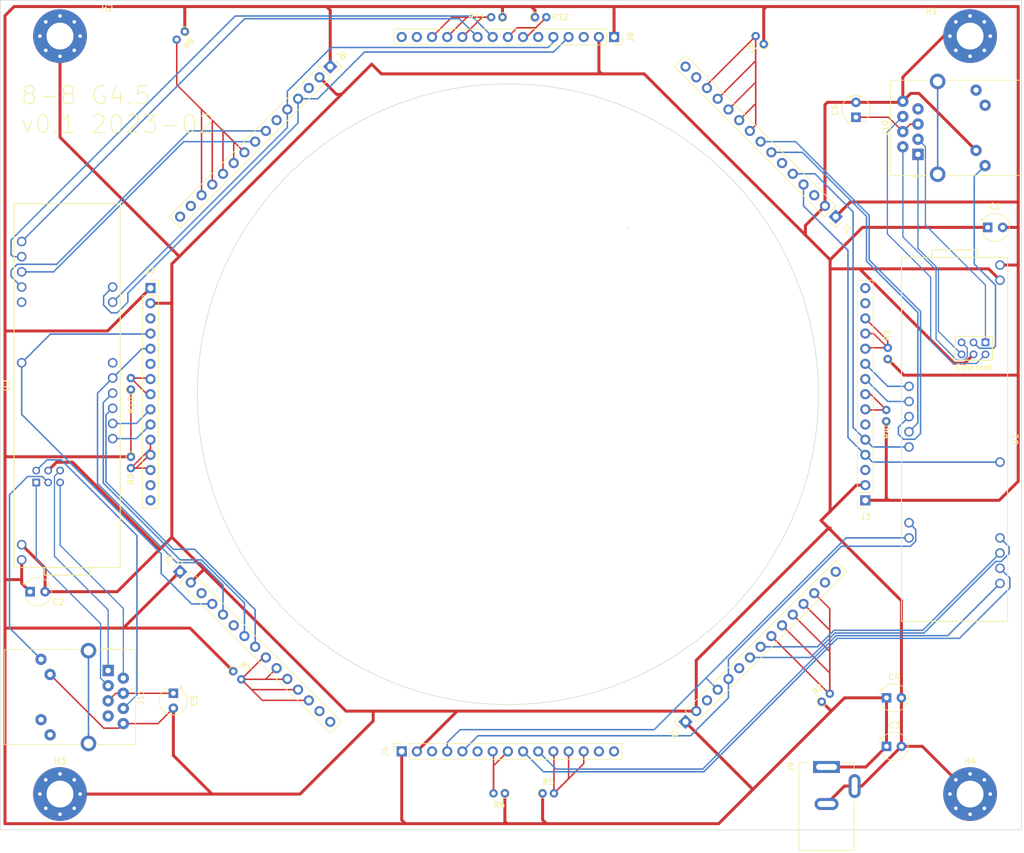
<source format=kicad_pcb>
(kicad_pcb (version 20221018) (generator pcbnew)
  (layers (0 "F.Cu" mixed) (31 "B.Cu" jumper) (36 "B.SilkS" user "B.Silkscreen") (37 "F.SilkS" user "F.Silkscreen") (38 "B.Mask" user) (39 "F.Mask" user) (44 "Edge.Cuts" user))
  (net 0 "")
  (net 1 "GND")
  (net 2 "+5V")
  (net 3 "unconnected-(J10-Pad13)")
  (net 6 "/T1L")
  (net 7 "/T1T+")
  (net 8 "/T1T-")
  (net 9 "/T1R+")
  (net 10 "Net-(C6-Pad1)")
  (net 11 "/T1R-")
  (net 13 "unconnected-(J11-Pad13)")
  (net 16 "/T2L")
  (net 17 "/T2T+")
  (net 18 "/T2T-")
  (net 19 "/T2R+")
  (net 20 "Net-(C5-Pad1)")
  (net 21 "/T2R-")
  (net 23 "/SCK1")
  (net 24 "/CS1_4")
  (net 25 "/CS1_3")
  (net 26 "/CS1_2")
  (net 27 "/CS1_1")
  (net 28 "/CS2_1")
  (net 29 "/CS2_2")
  (net 30 "/CS2_3")
  (net 31 "/CS2_4")
  (net 32 "/SCK2")
  (net 33 "Net-(J1-Pad10)")
  (net 34 "Net-(J2-Pad10)")
  (net 35 "Net-(J3-Pad7)")
  (net 36 "Net-(J3-Pad11)")
  (net 37 "Net-(J4-Pad7)")
  (net 38 "Net-(J4-Pad11)")
  (net 39 "Net-(J5-Pad10)")
  (net 40 "Net-(J6-Pad10)")
  (net 41 "Net-(J7-Pad7)")
  (net 42 "Net-(J7-Pad11)")
  (net 43 "Net-(J8-Pad7)")
  (net 44 "Net-(J8-Pad11)")
  (net 45 "/SDO1")
  (net 48 "/SCK3")
  (net 49 "/SDO2")
  (net 50 "/SDO3")
  (net 52 "/SDO4")
  (net 56 "/CS3_4")
  (net 57 "/CS3_3")
  (net 58 "/CS3_2")
  (net 59 "/CS3_1")
  (net 63 "/CS4_1")
  (net 64 "/CS4_2")
  (net 65 "/CS4_3")
  (net 66 "/CS4_4")
  (net 68 "/SCK4")
  (footprint "Resistor_THT:R_Axial_DIN0204_L3.6mm_D1.6mm_P1.90mm_Vertical" (layer "F.Cu") (at 86.868 110.49 -90)
    (fp_text reference "R9")
    (fp_text value "10k")
  )
  (footprint "Connector_PinSocket_2.54mm:PinSocket_1x15_P2.54mm_Vertical" (layer "F.Cu") (at 209.85 117.78 180)
    (fp_text reference "J3")
    (fp_text value "Col1b")
  )
  (footprint "Resistor_THT:R_Axial_DIN0204_L3.6mm_D1.6mm_P1.90mm_Vertical" (layer "F.Cu") (at 95.889932 39.238068 -135)
    (fp_text reference "R8")
    (fp_text value "10k")
  )
  (footprint "Capacitor_THT:CP_Radial_Tantal_D4.5mm_P2.50mm" (layer "F.Cu") (at 69.996864 133.096)
    (fp_text reference "C2")
    (fp_text value "0.1µF")
  )
  (footprint "Connector_PinSocket_2.54mm:PinSocket_1x15_P2.54mm_Vertical" (layer "F.Cu") (at 120.252 45.1073 -45)
    (fp_text reference "J6")
    (fp_text value "Col4a")
  )
  (footprint "MountingHole:MountingHole_4.5mm_Pad_Via" (layer "F.Cu") (at 227.4 167)
    (fp_text reference "H4")
    (fp_text value "MountingHole_Pad")
  )
  (footprint "Resistor_THT:R_Axial_DIN0204_L3.6mm_D1.6mm_P1.90mm_Vertical" (layer "F.Cu") (at 104.008068 146.426068 -45)
    (fp_text reference "R7")
    (fp_text value "10k")
  )
  (footprint "MountingHole:MountingHole_4.5mm_Pad_Via" (layer "F.Cu") (at 75 40)
    (fp_text reference "H2")
    (fp_text value "MountingHole_Pad")
  )
  (footprint "MountingHole:MountingHole_4.5mm_Pad_Via" (layer "F.Cu") (at 227.4 40)
    (fp_text reference "H1")
    (fp_text value "MountingHole_Pad")
  )
  (footprint "Resistor_THT:R_Axial_DIN0204_L3.6mm_D1.6mm_P1.90mm_Vertical" (layer "F.Cu") (at 86.868 99.203 90)
    (fp_text reference "R10")
    (fp_text value "10k")
  )
  (footprint "Capacitor_THT:CP_Radial_Tantal_D4.5mm_P2.50mm" (layer "F.Cu") (at 213.401144 150.876)
    (fp_text reference "C4")
    (fp_text value "47µF")
  )
  (footprint "Connector_PinSocket_2.54mm:PinSocket_1x15_P2.54mm_Vertical" (layer "F.Cu") (at 95.1073 129.748 45)
    (fp_text reference "J5")
    (fp_text value "Col3a")
  )
  (footprint "MountingHole:MountingHole_4.5mm_Pad_Via" (layer "F.Cu") (at 75 167)
    (fp_text reference "H3")
    (fp_text value "MountingHole_Pad")
  )
  (footprint "Resistor_THT:R_Axial_DIN0204_L3.6mm_D1.6mm_P1.90mm_Vertical" (layer "F.Cu") (at 149.098 36.83 180)
    (fp_text reference "R11")
    (fp_text value "10k")
  )
  (footprint "Connector_RJ:RJ45_Amphenol_RJMG1BD3B8K1ANR" (layer "F.Cu") (at 83.058 146.304 -90)
    (fp_text reference "J11")
    (fp_text value "RJ45_Amphenol_RJMG1BD3B8K1ANR")
  )
  (footprint "Resistor_THT:R_Axial_DIN0204_L3.6mm_D1.6mm_P1.90mm_Vertical" (layer "F.Cu") (at 192.839932 41.339932 135)
    (fp_text reference "R1")
    (fp_text value "10k")
  )
  (footprint "Connector_PinSocket_2.54mm:PinSocket_1x15_P2.54mm_Vertical" (layer "F.Cu") (at 204.893 70.252 -135)
    (fp_text reference "J1")
    (fp_text value "Col1a")
  )
  (footprint "Capacitor_THT:CP_Radial_Tantal_D4.5mm_P2.50mm" (layer "F.Cu") (at 230.35 72.05)
    (fp_text reference "C1")
    (fp_text value "0.1µF")
  )
  (footprint "Capacitor_THT:CP_Radial_Tantal_D4.5mm_P2.50mm" (layer "F.Cu") (at 213.401144 159.004)
    (fp_text reference "C3")
    (fp_text value "0.1µF")
  )
  (footprint "Resistor_THT:R_Axial_DIN0204_L3.6mm_D1.6mm_P1.90mm_Vertical" (layer "F.Cu") (at 155.813 166.878)
    (fp_text reference "R5")
    (fp_text value "10k")
  )
  (footprint "Connector_PinSocket_2.54mm:PinSocket_1x15_P2.54mm_Vertical" (layer "F.Cu") (at 179.748 154.893 135)
    (fp_text reference "J2")
    (fp_text value "Col2a")
  )
  (footprint "Capacitor_THT:CP_Radial_Tantal_D4.5mm_P2.50mm" (layer "F.Cu") (at 208.28 53.594 90)
    (fp_text reference "C6")
    (fp_text value "0.1µF")
  )
  (footprint "Connector_PinSocket_2.54mm:PinSocket_1x15_P2.54mm_Vertical" (layer "F.Cu") (at 90.15 82.22)
    (fp_text reference "J7")
    (fp_text value "Col3b")
  )
  (footprint "Capacitor_THT:CP_Radial_Tantal_D4.5mm_P2.50mm" (layer "F.Cu") (at 93.98 150.114 -90)
    (fp_text reference "C5")
    (fp_text value "0.1µF")
  )
  (footprint "Resistor_THT:R_Axial_DIN0204_L3.6mm_D1.6mm_P1.90mm_Vertical" (layer "F.Cu") (at 213.614 94.123 90)
    (fp_text reference "R3")
    (fp_text value "10k")
  )
  (footprint "Connector_RJ:RJ45_Amphenol_RJMG1BD3B8K1ANR" (layer "F.Cu") (at 218.674 59.817 90)
    (fp_text reference "J10")
    (fp_text value "RJ45_Amphenol_RJMG1BD3B8K1ANR")
  )
  (footprint "Teensy Footprints:Teensy41" (layer "F.Cu") (at 76.2 98.552 90)
    (fp_text reference "U2")
    (fp_text value "Teensy4.1")
  )
  (footprint "Connector_PinSocket_2.54mm:PinSocket_1x15_P2.54mm_Vertical" (layer "F.Cu") (at 167.78 40.15 -90)
    (fp_text reference "J8")
    (fp_text value "Col4b")
  )
  (footprint "Resistor_THT:R_Axial_DIN0204_L3.6mm_D1.6mm_P1.90mm_Vertical" (layer "F.Cu") (at 202.560068 151.515932 45)
    (fp_text reference "R2")
    (fp_text value "10k")
  )
  (footprint "Resistor_THT:R_Axial_DIN0204_L3.6mm_D1.6mm_P1.90mm_Vertical" (layer "F.Cu") (at 149.495 166.878 180)
    (fp_text reference "R6")
    (fp_text value "10k")
  )
  (footprint "Resistor_THT:R_Axial_DIN0204_L3.6mm_D1.6mm_P1.90mm_Vertical" (layer "F.Cu") (at 213.36 104.537 90)
    (fp_text reference "R4")
    (fp_text value "10k")
  )
  (footprint "Teensy Footprints:Teensy41" (layer "F.Cu") (at 224.79 107.569 -90)
    (fp_text reference "U1")
    (fp_text value "Teensy4.1")
  )
  (footprint "Resistor_THT:R_Axial_DIN0204_L3.6mm_D1.6mm_P1.90mm_Vertical" (layer "F.Cu") (at 154.543 36.83)
    (fp_text reference "R12")
    (fp_text value "10k")
  )
  (footprint "Connector_PinSocket_2.54mm:PinSocket_1x15_P2.54mm_Vertical" (layer "F.Cu") (at 132.22 159.85 90)
    (fp_text reference "J4")
    (fp_text value "Col2b")
  )
  (footprint "Connector_BarrelJack:BarrelJack_Kycon_KLDX-0202-xC_Horizontal" (layer "F.Cu") (at 203.362 162.46 90)
    (fp_text reference "J9")
    (fp_text value "Barrel_Jack")
  )
  (gr_rect (start 65 34) (end 236 173) (stroke (width 0.1)) (fill none) (layer "Edge.Cuts"))
  (gr_circle (center 170.15 72.2) (end 170.15 72.2) (stroke (width 0.1)) (fill none) (layer "Edge.Cuts"))
  (gr_circle (center 150 100) (end 202 100) (stroke (width 0.1)) (fill none) (layer "Edge.Cuts"))
  (gr_text "8-8 G4.5\nv0.1 2023-02" (at 68.3 52.35) (layer "F.SilkS") (effects (font (size 3 3)) (justify left)))
  (segment (start 85.598 155.194) (end 84.836 155.956) (width 0.25) (layer "F.Cu") (net 1))
  (segment (start 93.98 160.528) (end 93.98 152.614) (width 0.5) (layer "F.Cu") (net 1))
  (segment (start 165.705 46.325) (end 172.817 46.325) (width 0.5) (layer "F.Cu") (net 1))
  (segment (start 93.726 84.836) (end 93.65 84.76) (width 0.5) (layer "F.Cu") (net 1))
  (segment (start 73.0184 112.792) (end 74.4104 111.4) (width 0.5) (layer "F.Cu") (net 1))
  (segment (start 204.024 79) (end 209.15 79) (width 0.5) (layer "F.Cu") (net 1))
  (segment (start 208.356 115.24) (end 209.85 115.24) (width 0.5) (layer "F.Cu") (net 1))
  (segment (start 217.461 49.6) (end 218.837 49.6) (width 0.5) (layer "F.Cu") (net 1))
  (segment (start 172.817 46.325) (end 199.821 73.329) (width 0.5) (layer "F.Cu") (net 1))
  (segment (start 84.836 155.956) (end 82.33 155.956) (width 0.25) (layer "F.Cu") (net 1))
  (segment (start 215.901144 159.004) (end 215.901144 150.876) (width 0.5) (layer "F.Cu") (net 1))
  (segment (start 165.24 45.86) (end 165.24 40.15) (width 0.5) (layer "F.Cu") (net 1))
  (segment (start 223 40) (end 227.061 40) (width 0.5) (layer "F.Cu") (net 1))
  (segment (start 72.496864 133.096) (end 84.582 133.096) (width 0.5) (layer "F.Cu") (net 1))
  (segment (start 224.7 94.8) (end 209.15 79.25) (width 0.5) (layer "F.Cu") (net 1))
  (segment (start 203.962 122.682) (end 202.438 121.158) (width 0.5) (layer "F.Cu") (net 1))
  (segment (start 203.096949 68.455949) (end 203.096949 51.503051) (width 0.5) (layer "F.Cu") (net 1))
  (segment (start 82.33 155.956) (end 73.338 146.964) (width 0.25) (layer "F.Cu") (net 1))
  (segment (start 72.496864 129.138864) (end 68.58 125.222) (width 0.5) (layer "F.Cu") (net 1))
  (segment (start 128.815654 46.325) (end 165.705 46.325) (width 0.5) (layer "F.Cu") (net 1))
  (segment (start 115.194 167) (end 100.452 167) (width 0.5) (layer "F.Cu") (net 1))
  (segment (start 209.15 79.25) (end 209.15 79) (width 0.5) (layer "F.Cu") (net 1))
  (segment (start 208.28 51.094) (end 215.967 51.094) (width 0.5) (layer "F.Cu") (net 1))
  (segment (start 99.06 129.286) (end 99.06 129.387402) (width 0.5) (layer "F.Cu") (net 1))
  (segment (start 203.835 119.761) (end 208.356 115.24) (width 0.5) (layer "F.Cu") (net 1))
  (segment (start 227.061 40) (end 227.4 40) (width 0.25) (layer "F.Cu") (net 1))
  (segment (start 165.705 46.325) (end 165.24 45.86) (width 0.5) (layer "F.Cu") (net 1))
  (segment (start 91.694 125.984) (end 93.726 123.952) (width 0.5) (layer "F.Cu") (net 1))
  (segment (start 199.821 73.329) (end 203.962 77.47) (width 0.5) (layer "F.Cu") (net 1))
  (segment (start 219.404 159.004) (end 227.4 167) (width 0.5) (layer "F.Cu") (net 1))
  (segment (start 93.726 78.172654) (end 94.974327 76.924327) (width 0.5) (layer "F.Cu") (net 1))
  (segment (start 122.144327 49.754327) (end 127.194654 44.704) (width 0.5) (layer "F.Cu") (net 1))
  (segment (start 84.582 133.096) (end 91.694 125.984) (width 0.5) (layer "F.Cu") (net 1))
  (segment (start 203.962 77.47) (end 209.382 72.05) (width 0.5) (layer "F.Cu") (net 1))
  (segment (start 94.974327 76.924327) (end 75 56.95) (width 0.5) (layer "F.Cu") (net 1))
  (segment (start 203.962 122.428) (end 203.708 122.428) (width 0.5) (layer "F.Cu") (net 1))
  (segment (start 100.452 167) (end 75 167) (width 0.5) (layer "F.Cu") (net 1))
  (segment (start 75 56.95) (end 75 40) (width 0.5) (layer "F.Cu") (net 1))
  (segment (start 199.821 71.731898) (end 203.096949 68.455949) (width 0.5) (layer "F.Cu") (net 1))
  (segment (start 226.5006 94.8) (end 224.7 94.8) (width 0.5) (layer "F.Cu") (net 1))
  (segment (start 215.901144 159.004) (end 219.404 159.004) (width 0.5) (layer "F.Cu") (net 1))
  (segment (start 215.967 51.094) (end 216.134 50.927) (width 0.25) (layer "F.Cu") (net 1))
  (segment (start 127.442949 153.096949) (end 122.870949 153.096949) (width 0.5) (layer "F.Cu") (net 1))
  (segment (start 93.65 84.76) (end 90.15 84.76) (width 0.5) (layer "F.Cu") (net 1))
  (segment (start 93.726 84.836) (end 93.726 78.172654) (width 0.5) (layer "F.Cu") (net 1))
  (segment (start 209.382 72.05) (end 230.35 72.05) (width 0.5) (layer "F.Cu") (net 1))
  (segment (start 218.837 49.6) (end 228.394 59.157) (width 0.5) (layer "F.Cu") (net 1))
  (segment (start 203.962 122.682) (end 203.962 122.428) (width 0.5) (layer "F.Cu") (net 1))
  (segment (start 181.544051 153.096949) (end 141.513051 153.096949) (width 0.5) (layer "F.Cu") (net 1))
  (segment (start 99.06 129.387402) (end 96.903351 131.544051) (width 0.5) (layer "F.Cu") (net 1))
  (segment (start 141.513051 153.096949) (end 134.76 159.85) (width 0.5) (layer "F.Cu") (net 1))
  (segment (start 122.144327 49.754327) (end 121.306925 49.754327) (width 0.5) (layer "F.Cu") (net 1))
  (segment (start 94.974327 76.924327) (end 122.144327 49.754327) (width 0.5) (layer "F.Cu") (net 1))
  (segment (start 209.245144 165.66) (end 215.901144 159.004) (width 0.5) (layer "F.Cu") (net 1))
  (segment (start 203.506 51.094) (end 208.28 51.094) (width 0.5) (layer "F.Cu") (net 1))
  (segment (start 85.598 155.194) (end 91.4 155.194) (width 0.25) (layer "F.Cu") (net 1))
  (segment (start 91.4 155.194) (end 93.98 152.614) (width 0.25) (layer "F.Cu") (net 1))
  (segment (start 93.726 123.952) (end 93.726 84.836) (width 0.5) (layer "F.Cu") (net 1))
  (segment (start 209.15 79) (end 230.511 79) (width 0.5) (layer "F.Cu") (net 1))
  (segment (start 122.870949 153.096949) (end 99.06 129.286) (width 0.5) (layer "F.Cu") (net 1))
  (segment (start 181.544051 144.591949) (end 181.544051 153.096949) (width 0.5) (layer "F.Cu") (net 1))
  (segment (start 121.306925 49.754327) (end 118.455949 46.903351) (width 0.5) (layer "F.Cu") (net 1))
  (segment (start 199.821 73.329) (end 199.821 71.731898) (width 0.5) (layer "F.Cu") (net 1))
  (segment (start 216.134 50.927) (end 216.134 46.866) (width 0.5) (layer "F.Cu") (net 1))
  (segment (start 208.062 165.66) (end 209.245144 165.66) (width 0.5) (layer "F.Cu") (net 1))
  (segment (start 203.962 77.47) (end 203.962 78.938) (width 0.5) (layer "F.Cu") (net 1))
  (segment (start 74.4104 111.4) (end 77.11 111.4) (width 0.5) (layer "F.Cu") (net 1))
  (segment (start 203.962 78.938) (end 203.962 119.634) (width 0.5) (layer "F.Cu") (net 1))
  (segment (start 141.513051 153.096949) (end 127.442949 153.096949) (width 0.5) (layer "F.Cu") (net 1))
  (segment (start 215.901144 134.621144) (end 203.962 122.682) (width 0.5) (layer "F.Cu") (net 1))
  (segment (start 77.11 111.4) (end 91.694 125.984) (width 0.5) (layer "F.Cu") (net 1))
  (segment (start 203.362 168.66) (end 206.362 165.66) (width 0.5) (layer "F.Cu") (net 1))
  (segment (start 202.438 121.158) (end 203.835 119.761) (width 0.5) (layer "F.Cu") (net 1))
  (segment (start 227.9716 93.329) (end 226.5006 94.8) (width 0.5) (layer "F.Cu") (net 1))
  (segment (start 215.901144 150.876) (end 215.901144 134.621144) (width 0.5) (layer "F.Cu") (net 1))
  (segment (start 72.496864 133.096) (end 72.496864 129.138864) (width 0.5) (layer "F.Cu") (net 1))
  (segment (start 127.194654 44.704) (end 128.815654 46.325) (width 0.5) (layer "F.Cu") (net 1))
  (segment (start 230.511 79) (end 232.41 80.899) (width 0.5) (layer "F.Cu") (net 1))
  (segment (start 203.962 78.938) (end 204.024 79) (width 0.5) (layer "F.Cu") (net 1))
  (segment (start 203.096949 51.503051) (end 203.506 51.094) (width 0.5) (layer "F.Cu") (net 1))
  (segment (start 216.134 50.927) (end 217.461 49.6) (width 0.5) (layer "F.Cu") (net 1))
  (segment (start 100.452 167) (end 93.98 160.528) (width 0.5) (layer "F.Cu") (net 1))
  (segment (start 203.962 119.634) (end 203.835 119.761) (width 0.5) (layer "F.Cu") (net 1))
  (segment (start 216.134 46.866) (end 223 40) (width 0.5) (layer "F.Cu") (net 1))
  (segment (start 203.708 122.428) (end 181.544051 144.591949) (width 0.5) (layer "F.Cu") (net 1))
  (segment (start 127.442949 154.751051) (end 115.194 167) (width 0.5) (layer "F.Cu") (net 1))
  (segment (start 99.06 129.286) (end 93.726 123.952) (width 0.5) (layer "F.Cu") (net 1))
  (segment (start 206.362 165.66) (end 208.062 165.66) (width 0.5) (layer "F.Cu") (net 1))
  (segment (start 127.442949 153.096949) (end 127.442949 154.751051) (width 0.5) (layer "F.Cu") (net 1))
  (segment (start 204 152.955864) (end 202.560068 151.515932) (width 0.5) (layer "F.Cu") (net 2))
  (segment (start 190.4 166.85) (end 191.025 166.225) (width 0.5) (layer "F.Cu") (net 2))
  (segment (start 232.27 117.78) (end 235.456 114.594) (width 0.5) (layer "F.Cu") (net 2))
  (segment (start 235.456 96.806) (end 217.094 96.806) (width 0.5) (layer "F.Cu") (net 2))
  (segment (start 96.774 139.192) (end 104.008068 146.426068) (width 0.5) (layer "F.Cu") (net 2))
  (segment (start 65.786 89.408) (end 82.962 89.408) (width 0.5) (layer "F.Cu") (net 2))
  (segment (start 68.58 131.064) (end 65.786 131.064) (width 0.5) (layer "F.Cu") (net 2))
  (segment (start 235.453 78.359) (end 232.41 78.359) (width 0.5) (layer "F.Cu") (net 2))
  (segment (start 235.456 78.356) (end 235.453 78.359) (width 0.25) (layer "F.Cu") (net 2))
  (segment (start 65.786 110.236) (end 66.04 110.49) (width 0.5) (layer "F.Cu") (net 2))
  (segment (start 192.839932 35.510068) (end 192.839932 41.339932) (width 0.5) (layer "F.Cu") (net 2))
  (segment (start 235.456 78.356) (end 235.456 96.806) (width 0.5) (layer "F.Cu") (net 2))
  (segment (start 127.51 35.05) (end 149.1 35.05) (width 0.5) (layer "F.Cu") (net 2))
  (segment (start 213.73 117.78) (end 232.27 117.78) (width 0.5) (layer "F.Cu") (net 2))
  (segment (start 191.025 166.225) (end 179.748 154.948) (width 0.5) (layer "F.Cu") (net 2))
  (segment (start 132.842 171.958) (end 65.786 171.958) (width 0.5) (layer "F.Cu") (net 2))
  (segment (start 235.456 35.05) (end 235.456 67.794) (width 0.5) (layer "F.Cu") (net 2))
  (segment (start 65.786 89.408) (end 65.786 36.576) (width 0.5) (layer "F.Cu") (net 2))
  (segment (start 149.495 171.593) (end 149.495 166.878) (width 0.5) (layer "F.Cu") (net 2))
  (segment (start 213.36 117.41) (end 213.36 104.537) (width 0.5) (layer "F.Cu") (net 2))
  (segment (start 156.464 171.958) (end 149.86 171.958) (width 0.5) (layer "F.Cu") (net 2))
  (segment (start 193.3 35.05) (end 192.839932 35.510068) (width 0.5) (layer "F.Cu") (net 2))
  (segment (start 213.401144 150.876) (end 206.374 150.876) (width 0.5) (layer "F.Cu") (net 2))
  (segment (start 216.297 96.806) (end 213.614 94.123) (width 0.5) (layer "F.Cu") (net 2))
  (segment (start 213.73 117.78) (end 213.36 117.41) (width 0.5) (layer "F.Cu") (net 2))
  (segment (start 207.345 67.8) (end 204.893 70.252) (width 0.5) (layer "F.Cu") (net 2))
  (segment (start 167.892 35.05) (end 193.3 35.05) (width 0.5) (layer "F.Cu") (net 2))
  (segment (start 235.4 72.05) (end 232.85 72.05) (width 0.5) (layer "F.Cu") (net 2))
  (segment (start 95.1073 129.748) (end 95.042 129.748) (width 0.5) (layer "F.Cu") (net 2))
  (segment (start 66.04 110.49) (end 86.868 110.49) (width 0.5) (layer "F.Cu") (net 2))
  (segment (start 217.094 96.806) (end 216.297 96.806) (width 0.5) (layer "F.Cu") (net 2))
  (segment (start 185.292 171.958) (end 156.464 171.958) (width 0.5) (layer "F.Cu") (net 2))
  (segment (start 235.456 71.994) (end 235.4 72.05) (width 0.5) (layer "F.Cu") (net 2))
  (segment (start 149.098 35.052) (end 149.098 36.83) (width 0.5) (layer "F.Cu") (net 2))
  (segment (start 119.636 35.05) (end 120.252 35.666) (width 0.5) (layer "F.Cu") (net 2))
  (segment (start 235.45 67.8) (end 207.345 67.8) (width 0.5) (layer "F.Cu") (net 2))
  (segment (start 95.889932 35.174068) (end 96.014 35.05) (width 0.25) (layer "F.Cu") (net 2))
  (segment (start 204 153.25) (end 190.4 166.85) (width 0.5) (layer "F.Cu") (net 2))
  (segment (start 89.916 139.192) (end 96.774 139.192) (width 0.5) (layer "F.Cu") (net 2))
  (segment (start 65.786 131.064) (end 65.786 110.49) (width 0.5) (layer "F.Cu") (net 2))
  (segment (start 132.842 171.958) (end 132.22 171.336) (width 0.5) (layer "F.Cu") (net 2))
  (segment (start 235.456 67.794) (end 235.45 67.8) (width 0.5) (layer "F.Cu") (net 2))
  (segment (start 67.312 35.05) (end 96.014 35.05) (width 0.5) (layer "F.Cu") (net 2))
  (segment (start 193.3 35.05) (end 196.7 35.05) (width 0.5) (layer "F.Cu") (net 2))
  (segment (start 149.86 171.958) (end 149.495 171.593) (width 0.5) (layer "F.Cu") (net 2))
  (segment (start 155.813 171.307) (end 155.813 166.878) (width 0.5) (layer "F.Cu") (net 2))
  (segment (start 86.868 99.203) (end 86.868 110.49) (width 0.25) (layer "F.Cu") (net 2))
  (segment (start 206.374 150.876) (end 204 153.25) (width 0.5) (layer "F.Cu") (net 2))
  (segment (start 65.786 139.192) (end 85.09 139.192) (width 0.5) (layer "F.Cu") (net 2))
  (segment (start 68.58 131.679136) (end 69.996864 133.096) (width 0.5) (layer "F.Cu") (net 2))
  (segment (start 156.464 171.958) (end 155.813 171.307) (width 0.5) (layer "F.Cu") (net 2))
  (segment (start 68.58 127.762) (end 68.58 131.064) (width 0.5) (layer "F.Cu") (net 2))
  (segment (start 132.22 171.336) (end 132.22 159.85) (width 0.5) (layer "F.Cu") (net 2))
  (segment (start 190.4 166.85) (end 185.292 171.958) (width 0.5) (layer "F.Cu") (net 2))
  (segment (start 120.252 35.666) (end 120.252 45.1073) (width 0.5) (layer "F.Cu") (net 2))
  (segment (start 235.456 67.794) (end 235.456 71.994) (width 0.5) (layer "F.Cu") (net 2))
  (segment (start 153.922 35.05) (end 167.892 35.05) (width 0.5) (layer "F.Cu") (net 2))
  (segment (start 65.786 110.236) (end 65.786 89.408) (width 0.5) (layer "F.Cu") (net 2))
  (segment (start 95.042 129.748) (end 85.598 139.192) (width 0.5) (layer "F.Cu") (net 2))
  (segment (start 82.962 89.408) (end 90.15 82.22) (width 0.5) (layer "F.Cu") (net 2))
  (segment (start 95.889932 39.238068) (end 95.889932 35.174068) (width 0.5) (layer "F.Cu") (net 2))
  (segment (start 65.786 139.192) (end 65.786 131.064) (width 0.5) (layer "F.Cu") (net 2))
  (segment (start 149.1 35.05) (end 153.922 35.05) (width 0.5) (layer "F.Cu") (net 2))
  (segment (start 85.09 139.192) (end 89.916 139.192) (width 0.5) (layer "F.Cu") (net 2))
  (segment (start 85.598 139.192) (end 85.09 139.192) (width 0.5) (layer "F.Cu") (net 2))
  (segment (start 179.748 154.948) (end 179.748 154.893) (width 0.5) (layer "F.Cu") (net 2))
  (segment (start 204 153.25) (end 204 152.955864) (width 0.5) (layer "F.Cu") (net 2))
  (segment (start 65.786 36.576) (end 67.312 35.05) (width 0.5) (layer "F.Cu") (net 2))
  (segment (start 96.014 35.05) (end 119.636 35.05) (width 0.5) (layer "F.Cu") (net 2))
  (segment (start 154.543 35.671) (end 154.543 36.83) (width 0.5) (layer "F.Cu") (net 2))
  (segment (start 209.945144 162.46) (end 213.401144 159.004) (width 0.5) (layer "F.Cu") (net 2))
  (segment (start 235.456 114.594) (end 235.456 96.806) (width 0.5) (layer "F.Cu") (net 2))
  (segment (start 196.7 35.05) (end 235.456 35.05) (width 0.5) (layer "F.Cu") (net 2))
  (segment (start 153.922 35.05) (end 154.543 35.671) (width 0.5) (layer "F.Cu") (net 2))
  (segment (start 65.786 171.958) (end 65.786 139.192) (width 0.5) (layer "F.Cu") (net 2))
  (segment (start 149.1 35.05) (end 149.098 35.052) (width 0.5) (layer "F.Cu") (net 2))
  (segment (start 68.58 131.064) (end 68.58 131.679136) (width 0.5) (layer "F.Cu") (net 2))
  (segment (start 65.786 110.49) (end 65.786 110.236) (width 0.5) (layer "F.Cu") (net 2))
  (segment (start 119.636 35.05) (end 127.51 35.05) (width 0.5) (layer "F.Cu") (net 2))
  (segment (start 167.78 35.162) (end 167.78 40.15) (width 0.5) (layer "F.Cu") (net 2))
  (segment (start 213.73 117.78) (end 209.85 117.78) (width 0.5) (layer "F.Cu") (net 2))
  (segment (start 167.892 35.05) (end 167.78 35.162) (width 0.5) (layer "F.Cu") (net 2))
  (segment (start 235.456 71.994) (end 235.456 78.356) (width 0.5) (layer "F.Cu") (net 2))
  (segment (start 213.401144 150.876) (end 213.401144 159.004) (width 0.5) (layer "F.Cu") (net 2))
  (segment (start 149.86 171.958) (end 132.842 171.958) (width 0.5) (layer "F.Cu") (net 2))
  (segment (start 203.362 162.46) (end 209.945144 162.46) (width 0.5) (layer "F.Cu") (net 2))
  (segment (start 221.964 47.597) (end 221.964 63.147) (width 0.25) (layer "B.Cu") (net 3))
  (segment (start 228.1 78.179991) (end 228.1 63.511) (width 0.25) (layer "B.Cu") (net 6))
  (segment (start 231.296 92.304) (end 231.65 91.95) (width 0.25) (layer "B.Cu") (net 6))
  (segment (start 231.65 91.95) (end 231.65 81.729991) (width 0.25) (layer "B.Cu") (net 6))
  (segment (start 228.1 63.511) (end 229.914 61.697) (width 0.25) (layer "B.Cu") (net 6))
  (segment (start 231.65 81.729991) (end 228.1 78.179991) (width 0.25) (layer "B.Cu") (net 6))
  (segment (start 228.9466 92.304) (end 231.296 92.304) (width 0.25) (layer "B.Cu") (net 6))
  (segment (start 227.9716 91.329) (end 228.9466 92.304) (width 0.25) (layer "B.Cu") (net 6))
  (segment (start 218.674 75.608314) (end 218.674 59.817) (width 0.2) (layer "B.Cu") (net 7))
  (segment (start 222.1 89.4574) (end 222.1 79.034314) (width 0.2) (layer "B.Cu") (net 7))
  (segment (start 222.1 79.034314) (end 218.674 75.608314) (width 0.2) (layer "B.Cu") (net 7))
  (segment (start 225.9716 93.329) (end 222.1 89.4574) (width 0.2) (layer "B.Cu") (net 7))
  (segment (start 216.15 58.563) (end 216.134 58.547) (width 0.2) (layer "B.Cu") (net 8))
  (segment (start 221.7 79.2) (end 216.15 73.65) (width 0.2) (layer "B.Cu") (net 8))
  (segment (start 216.15 73.65) (end 216.15 58.563) (width 0.2) (layer "B.Cu") (net 8))
  (segment (start 226.9216 93.722503) (end 226.344103 94.3) (width 0.2) (layer "B.Cu") (net 8))
  (segment (start 221.7 90.8) (end 221.7 79.2) (width 0.2) (layer "B.Cu") (net 8))
  (segment (start 226.9216 92.279) (end 226.9216 93.722503) (width 0.2) (layer "B.Cu") (net 8))
  (segment (start 225.2 94.3) (end 221.7 90.8) (width 0.2) (layer "B.Cu") (net 8))
  (segment (start 226.344103 94.3) (end 225.2 94.3) (width 0.2) (layer "B.Cu") (net 8))
  (segment (start 225.9716 91.329) (end 226.9216 92.279) (width 0.2) (layer "B.Cu") (net 8))
  (segment (start 229.9716 81.7216) (end 219.924 71.674) (width 0.2) (layer "B.Cu") (net 9))
  (segment (start 229.9716 91.329) (end 229.9716 81.7216) (width 0.2) (layer "B.Cu") (net 9))
  (segment (start 219.924 58.527) (end 218.674 57.277) (width 0.2) (layer "B.Cu") (net 9))
  (segment (start 219.924 71.674) (end 219.924 58.527) (width 0.2) (layer "B.Cu") (net 9))
  (segment (start 208.28 53.594) (end 213.721 53.594) (width 0.25) (layer "F.Cu") (net 10))
  (segment (start 217.404 54.737) (end 218.674 54.737) (width 0.25) (layer "F.Cu") (net 10))
  (segment (start 213.721 53.594) (end 216.134 56.007) (width 0.25) (layer "F.Cu") (net 10))
  (segment (start 216.134 56.007) (end 217.404 54.737) (width 0.25) (layer "F.Cu") (net 10))
  (segment (start 229.9716 93.329) (end 228.4506 94.85) (width 0.2) (layer "B.Cu") (net 11))
  (segment (start 228.4506 94.85) (end 224.55 94.85) (width 0.2) (layer "B.Cu") (net 11))
  (segment (start 220.8 91.1) (end 220.8 80.4) (width 0.2) (layer "B.Cu") (net 11))
  (segment (start 220.8 80.4) (end 213.55 73.15) (width 0.2) (layer "B.Cu") (net 11))
  (segment (start 224.55 94.85) (end 220.8 91.1) (width 0.2) (layer "B.Cu") (net 11))
  (segment (start 213.55 56.051) (end 216.134 53.467) (width 0.2) (layer "B.Cu") (net 11))
  (segment (start 213.55 73.15) (end 213.55 56.051) (width 0.2) (layer "B.Cu") (net 11))
  (segment (start 79.768 142.974) (end 79.768 158.524) (width 0.25) (layer "B.Cu") (net 13))
  (segment (start 66.548 139.154) (end 71.818 144.424) (width 0.25) (layer "B.Cu") (net 16))
  (segment (start 69.596 113.792) (end 66.548 116.84) (width 0.25) (layer "B.Cu") (net 16))
  (segment (start 72.0184 113.792) (end 69.596 113.792) (width 0.25) (layer "B.Cu") (net 16))
  (segment (start 73.0184 114.792) (end 72.0184 113.792) (width 0.25) (layer "B.Cu") (net 16))
  (segment (start 66.548 116.84) (end 66.548 139.154) (width 0.25) (layer "B.Cu") (net 16))
  (segment (start 74.0684 127.1544) (end 83.058 136.144) (width 0.2) (layer "B.Cu") (net 17))
  (segment (start 75.0184 112.792) (end 74.0684 113.742) (width 0.2) (layer "B.Cu") (net 17))
  (segment (start 83.058 136.144) (end 83.058 146.304) (width 0.2) (layer "B.Cu") (net 17))
  (segment (start 74.0684 113.742) (end 74.0684 127.1544) (width 0.2) (layer "B.Cu") (net 17))
  (segment (start 85.598 135.89) (end 85.598 147.574) (width 0.2) (layer "B.Cu") (net 18))
  (segment (start 75.0184 125.3104) (end 85.598 135.89) (width 0.2) (layer "B.Cu") (net 18))
  (segment (start 75.0184 114.792) (end 75.0184 125.3104) (width 0.2) (layer "B.Cu") (net 18))
  (segment (start 81.788 147.574) (end 83.058 148.844) (width 0.2) (layer "B.Cu") (net 19))
  (segment (start 71.0184 114.792) (end 71.0184 127.6604) (width 0.2) (layer "B.Cu") (net 19))
  (segment (start 81.788 138.43) (end 81.788 147.574) (width 0.2) (layer "B.Cu") (net 19))
  (segment (start 71.0184 127.6604) (end 81.788 138.43) (width 0.2) (layer "B.Cu") (net 19))
  (segment (start 93.98 150.114) (end 84.328 150.114) (width 0.25) (layer "F.Cu") (net 20))
  (segment (start 84.328 150.114) (end 83.058 151.384) (width 0.25) (layer "F.Cu") (net 20))
  (segment (start 87.884 150.368) (end 85.598 152.654) (width 0.2) (layer "B.Cu") (net 21))
  (segment (start 72.8124 110.998) (end 75.184 110.998) (width 0.25) (layer "B.Cu") (net 21))
  (segment (start 75.184 110.998) (end 87.884 123.698) (width 0.25) (layer "B.Cu") (net 21))
  (segment (start 87.884 123.698) (end 87.884 150.368) (width 0.25) (layer "B.Cu") (net 21))
  (segment (start 71.0184 112.792) (end 72.8124 110.998) (width 0.25) (layer "B.Cu") (net 21))
  (segment (start 209.85 110.16) (end 206.95 107.26) (width 0.25) (layer "B.Cu") (net 23))
  (segment (start 206.95 107.26) (end 206.95 75.9) (width 0.25) (layer "B.Cu") (net 23))
  (segment (start 199.504846 68.454846) (end 199.504846 64.863846) (width 0.25) (layer "B.Cu") (net 23))
  (segment (start 211.069 111.379) (end 209.85 110.16) (width 0.25) (layer "B.Cu") (net 23))
  (segment (start 232.41 111.379) (end 211.069 111.379) (width 0.25) (layer "B.Cu") (net 23))
  (segment (start 206.95 75.9) (end 199.504846 68.454846) (width 0.25) (layer "B.Cu") (net 23))
  (segment (start 213.609 98.679) (end 209.85 94.92) (width 0.25) (layer "B.Cu") (net 24))
  (segment (start 217.17 98.679) (end 213.609 98.679) (width 0.25) (layer "B.Cu") (net 24))
  (segment (start 217.17 101.219) (end 213.609 101.219) (width 0.25) (layer "B.Cu") (net 25))
  (segment (start 213.609 101.219) (end 209.85 97.46) (width 0.25) (layer "B.Cu") (net 25))
  (segment (start 219.1 106.6) (end 219.1 86.113604) (width 0.25) (layer "B.Cu") (net 26))
  (segment (start 215.4 106.7) (end 216.25 107.55) (width 0.25) (layer "B.Cu") (net 26))
  (segment (start 218.15 107.55) (end 219.1 106.6) (width 0.25) (layer "B.Cu") (net 26))
  (segment (start 215.4 105.529) (end 215.4 106.7) (width 0.25) (layer "B.Cu") (net 26))
  (segment (start 210.5 70.013604) (end 198.166037 57.679641) (width 0.25) (layer "B.Cu") (net 26))
  (segment (start 198.166037 57.679641) (end 192.320641 57.679641) (width 0.25) (layer "B.Cu") (net 26))
  (segment (start 217.17 103.759) (end 215.4 105.529) (width 0.25) (layer "B.Cu") (net 26))
  (segment (start 210.5 77.513604) (end 210.5 70.013604) (width 0.25) (layer "B.Cu") (net 26))
  (segment (start 219.1 86.113604) (end 210.5 77.513604) (width 0.25) (layer "B.Cu") (net 26))
  (segment (start 216.25 107.55) (end 218.15 107.55) (width 0.25) (layer "B.Cu") (net 26))
  (segment (start 199.325693 59.475693) (end 194.116693 59.475693) (width 0.25) (layer "B.Cu") (net 27))
  (segment (start 218.65 104.819) (end 218.65 86.3) (width 0.25) (layer "B.Cu") (net 27))
  (segment (start 218.65 86.3) (end 210.05 77.7) (width 0.25) (layer "B.Cu") (net 27))
  (segment (start 217.17 106.299) (end 218.65 104.819) (width 0.25) (layer "B.Cu") (net 27))
  (segment (start 210.05 77.7) (end 210.05 70.2) (width 0.25) (layer "B.Cu") (net 27))
  (segment (start 210.05 70.2) (end 199.325693 59.475693) (width 0.25) (layer "B.Cu") (net 27))
  (segment (start 219.71 140.012) (end 204.791604 140.012) (width 0.25) (layer "B.Cu") (net 28))
  (segment (start 204.791604 140.012) (end 200.686911 144.116693) (width 0.25) (layer "B.Cu") (net 28))
  (segment (start 233.934 125.603) (end 233.934 126.685991) (width 0.25) (layer "B.Cu") (net 28))
  (segment (start 232.41 124.079) (end 233.934 125.603) (width 0.25) (layer "B.Cu") (net 28))
  (segment (start 233.934 126.685991) (end 232.585991 128.034) (width 0.25) (layer "B.Cu") (net 28))
  (segment (start 232.585991 128.034) (end 231.688 128.034) (width 0.25) (layer "B.Cu") (net 28))
  (segment (start 200.686911 144.116693) (end 190.524307 144.116693) (width 0.25) (layer "B.Cu") (net 28))
  (segment (start 231.688 128.034) (end 219.71 140.012) (width 0.25) (layer "B.Cu") (net 28))
  (segment (start 219.467 139.562) (end 204.605208 139.562) (width 0.25) (layer "B.Cu") (net 29))
  (segment (start 201.846567 142.320641) (end 192.320359 142.320641) (width 0.25) (layer "B.Cu") (net 29))
  (segment (start 232.41 126.619) (end 219.467 139.562) (width 0.25) (layer "B.Cu") (net 29))
  (segment (start 204.605208 139.562) (end 201.846567 142.320641) (width 0.25) (layer "B.Cu") (net 29))
  (segment (start 205.164396 140.912) (end 182.812396 163.264) (width 0.25) (layer "B.Cu") (net 30))
  (segment (start 182.812396 163.264) (end 155.954 163.264) (width 0.25) (layer "B.Cu") (net 30))
  (segment (start 232.41 129.159) (end 234.061 130.81) (width 0.25) (layer "B.Cu") (net 30))
  (segment (start 234.061 130.81) (end 234.061 132.461) (width 0.25) (layer "B.Cu") (net 30))
  (segment (start 155.954 163.264) (end 152.54 159.85) (width 0.25) (layer "B.Cu") (net 30))
  (segment (start 234.061 132.461) (end 225.61 140.912) (width 0.25) (layer "B.Cu") (net 30))
  (segment (start 225.61 140.912) (end 205.164396 140.912) (width 0.25) (layer "B.Cu") (net 30))
  (segment (start 158.044 162.814) (end 155.08 159.85) (width 0.25) (layer "B.Cu") (net 31))
  (segment (start 204.978 140.462) (end 182.626 162.814) (width 0.25) (layer "B.Cu") (net 31))
  (segment (start 232.41 131.699) (end 223.647 140.462) (width 0.25) (layer "B.Cu") (net 31))
  (segment (start 182.626 162.814) (end 158.044 162.814) (width 0.25) (layer "B.Cu") (net 31))
  (segment (start 223.647 140.462) (end 204.978 140.462) (width 0.25) (layer "B.Cu") (net 31))
  (segment (start 185.136154 149.504846) (end 183.205308 147.574) (width 0.25) (layer "B.Cu") (net 32))
  (segment (start 217.17 124.079) (end 206.629 124.079) (width 0.25) (layer "B.Cu") (net 32))
  (segment (start 183.134 147.574) (end 180.975 149.733) (width 0.25) (layer "B.Cu") (net 32))
  (segment (start 180.975 149.733) (end 174.498 156.21) (width 0.25) (layer "B.Cu") (net 32))
  (segment (start 183.205308 147.574) (end 183.134 147.574) (width 0.25) (layer "B.Cu") (net 32))
  (segment (start 141.986 156.21) (end 139.84 158.356) (width 0.25) (layer "B.Cu") (net 32))
  (segment (start 139.84 158.356) (end 139.84 159.85) (width 0.25) (layer "B.Cu") (net 32))
  (segment (start 185.136154 145.571846) (end 183.134 147.574) (width 0.25) (layer "B.Cu") (net 32))
  (segment (start 206.629 124.079) (end 185.136154 145.571846) (width 0.25) (layer "B.Cu") (net 32))
  (segment (start 174.498 156.21) (end 141.986 156.21) (width 0.25) (layer "B.Cu") (net 32))
  (segment (start 191.496429 39.996429) (end 191.496429 54.911751) (width 0.25) (layer "F.Cu") (net 33))
  (segment (start 191.496429 39.996429) (end 191.496429 44.135445) (width 0.25) (layer "F.Cu") (net 33))
  (segment (start 191.496429 39.996429) (end 191.496429 47.727547) (width 0.25) (layer "F.Cu") (net 33))
  (segment (start 191.496429 39.996429) (end 183.340385 48.152473) (width 0.25) (layer "F.Cu") (net 33))
  (segment (start 191.496429 54.911751) (end 190.52459 55.88359) (width 0.25) (layer "F.Cu") (net 33))
  (segment (start 191.496429 44.135445) (end 185.136437 50.495437) (width 0.25) (layer "F.Cu") (net 33))
  (segment (start 183.340385 48.152473) (end 183.340385 48.699385) (width 0.25) (layer "F.Cu") (net 33))
  (segment (start 191.496429 47.727547) (end 186.932488 52.291488) (width 0.25) (layer "F.Cu") (net 33))
  (segment (start 191.496429 51.319649) (end 188.728539 54.087539) (width 0.25) (layer "F.Cu") (net 33))
  (segment (start 191.496429 39.996429) (end 191.496429 51.319649) (width 0.25) (layer "F.Cu") (net 33))
  (segment (start 203.903571 150.172429) (end 203.903571 135.943341) (width 0.25) (layer "F.Cu") (net 34))
  (segment (start 203.764249 150.172429) (end 203.903571 150.172429) (width 0.25) (layer "F.Cu") (net 34))
  (segment (start 203.903571 150.172429) (end 203.903571 146.719649) (width 0.25) (layer "F.Cu") (net 34))
  (segment (start 203.903571 146.719649) (end 195.912461 138.728539) (width 0.25) (layer "F.Cu") (net 34))
  (segment (start 203.903571 139.535445) (end 199.504563 135.136437) (width 0.25) (layer "F.Cu") (net 34))
  (segment (start 203.903571 142.943571) (end 203.903571 139.535445) (width 0.25) (layer "F.Cu") (net 34))
  (segment (start 194.11641 140.52459) (end 203.764249 150.172429) (width 0.25) (layer "F.Cu") (net 34))
  (segment (start 197.708512 136.932488) (end 203.719595 142.943571) (width 0.25) (layer "F.Cu") (net 34))
  (segment (start 203.903571 135.943341) (end 201.300615 133.340385) (width 0.25) (layer "F.Cu") (net 34))
  (segment (start 203.903571 150.172429) (end 203.903571 142.943571) (width 0.25) (layer "F.Cu") (net 34))
  (segment (start 203.719595 142.943571) (end 203.903571 142.943571) (width 0.25) (layer "F.Cu") (net 34))
  (segment (start 213.36 102.637) (end 210.723 100) (width 0.25) (layer "F.Cu") (net 35))
  (segment (start 213.36 102.637) (end 209.947 102.637) (width 0.25) (layer "F.Cu") (net 35))
  (segment (start 210.723 100) (end 209.85 100) (width 0.25) (layer "F.Cu") (net 35))
  (segment (start 209.947 102.637) (end 209.85 102.54) (width 0.25) (layer "F.Cu") (net 35))
  (segment (start 213.614 91.064) (end 209.85 87.3) (width 0.25) (layer "F.Cu") (net 36))
  (segment (start 213.614 92.223) (end 213.614 91.064) (width 0.25) (layer "F.Cu") (net 36))
  (segment (start 210.007 92.223) (end 209.85 92.38) (width 0.25) (layer "F.Cu") (net 36))
  (segment (start 211.231 89.84) (end 209.85 89.84) (width 0.25) (layer "F.Cu") (net 36))
  (segment (start 213.614 92.223) (end 211.231 89.84) (width 0.25) (layer "F.Cu") (net 36))
  (segment (start 213.614 92.223) (end 210.007 92.223) (width 0.25) (layer "F.Cu") (net 36))
  (segment (start 147.595 166.878) (end 147.595 159.985) (width 0.25) (layer "F.Cu") (net 37))
  (segment (start 147.595 162.255) (end 150 159.85) (width 0.25) (layer "F.Cu") (net 37))
  (segment (start 147.595 166.878) (end 147.595 162.255) (width 0.25) (layer "F.Cu") (net 37))
  (segment (start 147.595 159.985) (end 147.46 159.85) (width 0.25) (layer "F.Cu") (net 37))
  (segment (start 157.713 166.878) (end 160.16 164.431) (width 0.25) (layer "F.Cu") (net 38))
  (segment (start 157.713 166.878) (end 162.7 161.891) (width 0.25) (layer "F.Cu") (net 38))
  (segment (start 160.16 164.431) (end 160.16 159.85) (width 0.25) (layer "F.Cu") (net 38))
  (segment (start 157.713 159.943) (end 157.62 159.85) (width 0.25) (layer "F.Cu") (net 38))
  (segment (start 157.713 166.878) (end 157.713 159.943) (width 0.25) (layer "F.Cu") (net 38))
  (segment (start 162.7 161.891) (end 162.7 159.85) (width 0.25) (layer "F.Cu") (net 38))
  (segment (start 105.351571 147.769571) (end 107.086563 149.504563) (width 0.25) (layer "F.Cu") (net 39))
  (segment (start 105.351571 147.769571) (end 109.004732 144.11641) (width 0.25) (layer "F.Cu") (net 39))
  (segment (start 107.086563 149.504563) (end 114.863863 149.504563) (width 0.25) (layer "F.Cu") (net 39))
  (segment (start 109.414651 147.769571) (end 111.271761 145.912461) (width 0.25) (layer "F.Cu") (net 39))
  (segment (start 105.351571 147.769571) (end 109.414651 147.769571) (width 0.25) (layer "F.Cu") (net 39))
  (segment (start 109.004732 144.11641) (end 109.47571 144.11641) (width 0.25) (layer "F.Cu") (net 39))
  (segment (start 113.006753 147.769571) (end 113.067812 147.708512) (width 0.25) (layer "F.Cu") (net 39))
  (segment (start 105.351571 147.769571) (end 113.006753 147.769571) (width 0.25) (layer "F.Cu") (net 39))
  (segment (start 105.351571 147.769571) (end 108.882615 151.300615) (width 0.25) (layer "F.Cu") (net 39))
  (segment (start 108.882615 151.300615) (end 116.659915 151.300615) (width 0.25) (layer "F.Cu") (net 39))
  (segment (start 100.54694 54.13906) (end 102.07094 55.66306) (width 0.25) (layer "F.Cu") (net 40))
  (segment (start 104.087539 57.679659) (end 102.32494 55.91706) (width 0.25) (layer "F.Cu") (net 40))
  (segment (start 102.32494 55.91706) (end 105.88359 59.47571) (width 0.25) (layer "F.Cu") (net 40))
  (segment (start 94.546429 40.581571) (end 94.546429 48.138549) (width 0.25) (layer "F.Cu") (net 40))
  (segment (start 102.291488 63.067812) (end 102.291488 55.883608) (width 0.25) (layer "F.Cu") (net 40))
  (segment (start 102.291488 55.883608) (end 102.07094 55.66306) (width 0.25) (layer "F.Cu") (net 40))
  (segment (start 100.495437 64.863863) (end 100.495437 54.190563) (width 0.25) (layer "F.Cu") (net 40))
  (segment (start 94.546429 48.138549) (end 98.38794 51.98006) (width 0.25) (layer "F.Cu") (net 40))
  (segment (start 98.699385 52.291505) (end 98.38794 51.98006) (width 0.25) (layer "F.Cu") (net 40))
  (segment (start 102.07094 55.66306) (end 102.32494 55.91706) (width 0.25) (layer "F.Cu") (net 40))
  (segment (start 100.495437 54.190563) (end 100.54694 54.13906) (width 0.25) (layer "F.Cu") (net 40))
  (segment (start 98.699385 66.659915) (end 98.699385 52.291505) (width 0.25) (layer "F.Cu") (net 40))
  (segment (start 104.087539 61.271761) (end 104.087539 57.679659) (width 0.25) (layer "F.Cu") (net 40))
  (segment (start 98.38794 51.98006) (end 100.54694 54.13906) (width 0.25) (layer "F.Cu") (net 40))
  (segment (start 86.868 97.303) (end 89.993 97.303) (width 0.25) (layer "F.Cu") (net 41))
  (segment (start 89.993 97.303) (end 90.15 97.46) (width 0.25) (layer "F.Cu") (net 41))
  (segment (start 86.868 97.303) (end 89.565 100) (width 0.25) (layer "F.Cu") (net 41))
  (segment (start 89.565 100) (end 90.15 100) (width 0.25) (layer "F.Cu") (net 41))
  (segment (start 86.868 112.39) (end 87.742 112.39) (width 0.25) (layer "F.Cu") (net 42))
  (segment (start 89.972 110.16) (end 90.15 110.16) (width 0.25) (layer "F.Cu") (net 42))
  (segment (start 87.742 112.39) (end 89.972 110.16) (width 0.25) (layer "F.Cu") (net 42))
  (segment (start 86.868 112.39) (end 89.84 112.39) (width 0.25) (layer "F.Cu") (net 42))
  (segment (start 90.15 109.108) (end 90.15 107.62) (width 0.25) (layer "F.Cu") (net 42))
  (segment (start 86.868 112.39) (end 90.15 109.108) (width 0.25) (layer "F.Cu") (net 42))
  (segment (start 89.84 112.39) (end 90.15 112.7) (width 0.25) (layer "F.Cu") (net 42))
  (segment (start 151.5525 38.5975) (end 150 40.15) (width 0.25) (layer "F.Cu") (net 43))
  (segment (start 154.6755 38.5975) (end 153.123 40.15) (width 0.25) (layer "F.Cu") (net 43))
  (segment (start 154.6755 38.5975) (end 151.5525 38.5975) (width 0.25) (layer "F.Cu") (net 43))
  (segment (start 153.123 40.15) (end 152.54 40.15) (width 0.25) (layer "F.Cu") (net 43))
  (segment (start 156.443 36.83) (end 154.6755 38.5975) (width 0.25) (layer "F.Cu") (net 43))
  (segment (start 147.198 36.83) (end 145.7 36.83) (width 0.25) (layer "F.Cu") (net 44))
  (segment (start 147.198 36.83) (end 140.62 36.83) (width 0.25) (layer "F.Cu") (net 44))
  (segment (start 140.62 36.83) (end 137.3 40.15) (width 0.25) (layer "F.Cu") (net 44))
  (segment (start 145.7 36.83) (end 142.38 40.15) (width 0.25) (layer "F.Cu") (net 44))
  (segment (start 147.198 36.83) (end 143.16 36.83) (width 0.25) (layer "F.Cu") (net 44))
  (segment (start 143.16 36.83) (end 139.84 40.15) (width 0.25) (layer "F.Cu") (net 44))
  (segment (start 217.17 108.839) (end 211.069 108.839) (width 0.25) (layer "B.Cu") (net 45))
  (segment (start 207.8 69.45) (end 201.417795 63.067795) (width 0.25) (layer "B.Cu") (net 45))
  (segment (start 211.069 108.839) (end 209.85 107.62) (width 0.25) (layer "B.Cu") (net 45))
  (segment (start 201.417795 63.067795) (end 197.708795 63.067795) (width 0.25) (layer "B.Cu") (net 45))
  (segment (start 209.85 107.62) (end 207.8 105.57) (width 0.25) (layer "B.Cu") (net 45))
  (segment (start 207.8 105.57) (end 207.8 69.45) (width 0.25) (layer "B.Cu") (net 45))
  (segment (start 73.406 89.916) (end 90.074 89.916) (width 0.25) (layer "B.Cu") (net 48))
  (segment (start 68.58 94.742) (end 68.58 103.378) (width 0.25) (layer "B.Cu") (net 48))
  (segment (start 91.948 126.746) (end 91.948 130.048) (width 0.25) (layer "B.Cu") (net 48))
  (segment (start 90.074 89.916) (end 90.15 89.84) (width 0.25) (layer "B.Cu") (net 48))
  (segment (start 68.58 94.742) (end 73.406 89.916) (width 0.25) (layer "B.Cu") (net 48))
  (segment (start 97.036154 135.136154) (end 100.495454 135.136154) (width 0.25) (layer "B.Cu") (net 48))
  (segment (start 91.948 130.048) (end 97.036154 135.136154) (width 0.25) (layer "B.Cu") (net 48))
  (segment (start 68.58 103.378) (end 91.948 126.746) (width 0.25) (layer "B.Cu") (net 48))
  (segment (start 186.932205 144.412191) (end 186.932205 147.708795) (width 0.25) (layer "B.Cu") (net 49))
  (segment (start 180.594 157.226) (end 145.004 157.226) (width 0.25) (layer "B.Cu") (net 49))
  (segment (start 186.932205 150.887795) (end 180.594 157.226) (width 0.25) (layer "B.Cu") (net 49))
  (segment (start 205.868396 125.476) (end 186.932205 144.412191) (width 0.25) (layer "B.Cu") (net 49))
  (segment (start 217.424 125.476) (end 205.868396 125.476) (width 0.25) (layer "B.Cu") (net 49))
  (segment (start 145.004 157.226) (end 142.38 159.85) (width 0.25) (layer "B.Cu") (net 49))
  (segment (start 217.17 121.539) (end 218.295 122.664) (width 0.25) (layer "B.Cu") (net 49))
  (segment (start 218.295 122.664) (end 218.295 124.605) (width 0.25) (layer "B.Cu") (net 49))
  (segment (start 186.932205 147.708795) (end 186.932205 150.887795) (width 0.25) (layer "B.Cu") (net 49))
  (segment (start 218.295 124.605) (end 217.424 125.476) (width 0.25) (layer "B.Cu") (net 49))
  (segment (start 102.291505 132.009505) (end 102.291505 136.932205) (width 0.25) (layer "B.Cu") (net 50))
  (segment (start 81.28 99.822) (end 81.28 114.96896) (width 0.25) (layer "B.Cu") (net 50))
  (segment (start 83.82 97.282) (end 88.722 92.38) (width 0.25) (layer "B.Cu") (net 50))
  (segment (start 83.82 97.282) (end 81.28 99.822) (width 0.25) (layer "B.Cu") (net 50))
  (segment (start 98.502918 128.220918) (end 102.291505 132.009505) (width 0.25) (layer "B.Cu") (net 50))
  (segment (start 81.28 114.96896) (end 94.531958 128.220918) (width 0.25) (layer "B.Cu") (net 50))
  (segment (start 88.722 92.38) (end 90.15 92.38) (width 0.25) (layer "B.Cu") (net 50))
  (segment (start 94.531958 128.220918) (end 98.502918 128.220918) (width 0.25) (layer "B.Cu") (net 50))
  (segment (start 120.396 41.91) (end 156.718 41.91) (width 0.25) (layer "B.Cu") (net 52))
  (segment (start 83.82 84.582) (end 113.067795 55.334205) (width 0.25) (layer "B.Cu") (net 52))
  (segment (start 113.067795 52.291505) (end 113.067795 49.238205) (width 0.25) (layer "B.Cu") (net 52))
  (segment (start 156.718 41.91) (end 157.62 41.008) (width 0.25) (layer "B.Cu") (net 52))
  (segment (start 113.067795 49.238205) (end 120.396 41.91) (width 0.25) (layer "B.Cu") (net 52))
  (segment (start 157.62 41.008) (end 157.62 40.15) (width 0.25) (layer "B.Cu") (net 52))
  (segment (start 113.067795 55.334205) (end 113.067795 52.291505) (width 0.25) (layer "B.Cu") (net 52))
  (segment (start 87.788 107.442) (end 90.15 105.08) (width 0.25) (layer "B.Cu") (net 56))
  (segment (start 83.82 107.442) (end 87.788 107.442) (width 0.25) (layer "B.Cu") (net 56))
  (segment (start 87.788 104.902) (end 90.15 102.54) (width 0.25) (layer "B.Cu") (net 57))
  (segment (start 83.82 104.902) (end 87.788 104.902) (width 0.25) (layer "B.Cu") (net 57))
  (segment (start 83.82 102.362) (end 82.695 103.487) (width 0.25) (layer "B.Cu") (net 58))
  (segment (start 82.695 114.699) (end 93.98 125.984) (width 0.25) (layer "B.Cu") (net 58))
  (segment (start 82.695 103.487) (end 82.695 114.699) (width 0.25) (layer "B.Cu") (net 58))
  (segment (start 107.679659 136.124867) (end 107.679659 142.320359) (width 0.25) (layer "B.Cu") (net 58))
  (segment (start 97.538792 125.984) (end 107.679659 136.124867) (width 0.25) (layer "B.Cu") (net 58))
  (segment (start 93.98 125.984) (end 97.538792 125.984) (width 0.25) (layer "B.Cu") (net 58))
  (segment (start 98.680396 127.762) (end 105.883607 134.965211) (width 0.25) (layer "B.Cu") (net 59))
  (segment (start 83.82 99.822) (end 82.245 101.397) (width 0.25) (layer "B.Cu") (net 59))
  (segment (start 82.245 114.885396) (end 95.121604 127.762) (width 0.25) (layer "B.Cu") (net 59))
  (segment (start 82.245 101.397) (end 82.245 114.885396) (width 0.25) (layer "B.Cu") (net 59))
  (segment (start 105.883607 134.965211) (end 105.883607 140.524307) (width 0.25) (layer "B.Cu") (net 59))
  (segment (start 95.121604 127.762) (end 98.680396 127.762) (width 0.25) (layer "B.Cu") (net 59))
  (segment (start 66.802 79.248) (end 67.818 78.232) (width 0.25) (layer "B.Cu") (net 63))
  (segment (start 67.818 78.232) (end 74.422 78.232) (width 0.25) (layer "B.Cu") (net 63))
  (segment (start 96.770393 55.883607) (end 109.475693 55.883607) (width 0.25) (layer "B.Cu") (net 63))
  (segment (start 68.58 82.042) (end 66.802 80.264) (width 0.25) (layer "B.Cu") (net 63))
  (segment (start 74.422 78.232) (end 96.770393 55.883607) (width 0.25) (layer "B.Cu") (net 63))
  (segment (start 66.802 80.264) (end 66.802 79.248) (width 0.25) (layer "B.Cu") (net 63))
  (segment (start 95.736341 57.679659) (end 107.679641 57.679659) (width 0.25) (layer "B.Cu") (net 64))
  (segment (start 68.58 79.502) (end 73.914 79.502) (width 0.25) (layer "B.Cu") (net 64))
  (segment (start 73.914 79.502) (end 95.736341 57.679659) (width 0.25) (layer "B.Cu") (net 64))
  (segment (start 66.802 76.607) (end 66.802 74.168) (width 0.25) (layer "B.Cu") (net 65))
  (segment (start 104.336 36.634) (end 143.944 36.634) (width 0.25) (layer "B.Cu") (net 65))
  (segment (start 66.802 74.168) (end 104.336 36.634) (width 0.25) (layer "B.Cu") (net 65))
  (segment (start 67.157 76.962) (end 66.802 76.607) (width 0.25) (layer "B.Cu") (net 65))
  (segment (start 68.58 76.962) (end 67.157 76.962) (width 0.25) (layer "B.Cu") (net 65))
  (segment (start 143.944 36.634) (end 147.46 40.15) (width 0.25) (layer "B.Cu") (net 65))
  (segment (start 105.918 37.084) (end 141.854 37.084) (width 0.25) (layer "B.Cu") (net 66))
  (segment (start 68.58 74.422) (end 105.918 37.084) (width 0.25) (layer "B.Cu") (net 66))
  (segment (start 141.854 37.084) (end 144.92 40.15) (width 0.25) (layer "B.Cu") (net 66))
  (segment (start 157.638 42.672) (end 160.16 40.15) (width 0.25) (layer "B.Cu") (net 68))
  (segment (start 84.582 86.36) (end 86.36 84.582) (width 0.25) (layer "B.Cu") (net 68))
  (segment (start 83.82 82.042) (end 82.296 83.566) (width 0.25) (layer "B.Cu") (net 68))
  (segment (start 86.36 83.058) (end 114.863846 54.554154) (width 0.25) (layer "B.Cu") (net 68))
  (segment (start 118.160546 50.495454) (end 125.984 42.672) (width 0.25) (layer "B.Cu") (net 68))
  (segment (start 125.984 42.672) (end 157.638 42.672) (width 0.25) (layer "B.Cu") (net 68))
  (segment (start 83.566 86.36) (end 84.582 86.36) (width 0.25) (layer "B.Cu") (net 68))
  (segment (start 82.296 85.09) (end 83.566 86.36) (width 0.25) (layer "B.Cu") (net 68))
  (segment (start 82.296 83.566) (end 82.296 85.09) (width 0.25) (layer "B.Cu") (net 68))
  (segment (start 114.863846 50.495454) (end 118.160546 50.495454) (width 0.25) (layer "B.Cu") (net 68))
  (segment (start 86.36 84.582) (end 86.36 83.058) (width 0.25) (layer "B.Cu") (net 68))
  (segment (start 114.863846 54.554154) (end 114.863846 50.495454) (width 0.25) (layer "B.Cu") (net 68))
)
</source>
